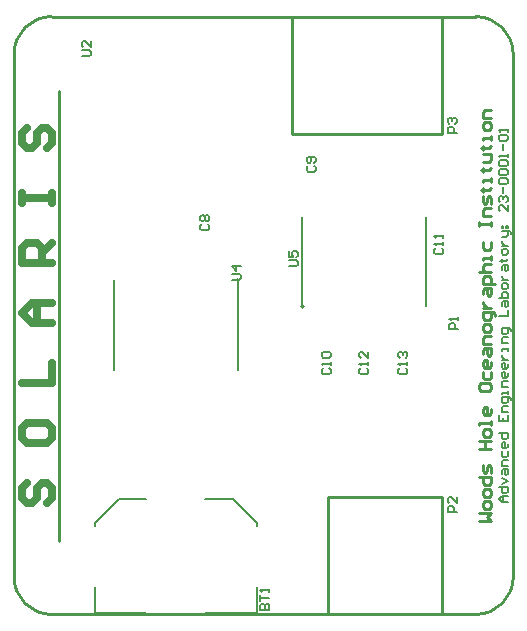
<source format=gto>
G04*
G04 #@! TF.GenerationSoftware,Altium Limited,CircuitStudio,1.5.2 (30)*
G04*
G04 Layer_Color=15065295*
%FSLAX25Y25*%
%MOIN*%
G70*
G01*
G75*
%ADD15C,0.01000*%
%ADD33C,0.00787*%
%ADD34C,0.00500*%
%ADD35C,0.00700*%
%ADD36C,0.02500*%
%ADD37C,0.00900*%
D15*
X239650Y392144D02*
G03*
X227150Y379644I0J-12500D01*
G01*
X393550D02*
G03*
X381050Y392144I-12500J0D01*
G01*
Y192844D02*
G03*
X393550Y205344I0J12500D01*
G01*
X227150D02*
G03*
X239650Y192844I12500J0D01*
G01*
X393550Y205344D02*
Y379644D01*
X227150Y205344D02*
Y379644D01*
X239650Y192844D02*
X381011D01*
X239650Y392144D02*
X381050D01*
X242150Y217495D02*
Y367495D01*
X369842Y353033D02*
Y392033D01*
X320042D02*
X369842D01*
X320042Y353056D02*
X369842D01*
X319850Y353033D02*
Y392033D01*
X369750Y193156D02*
Y232156D01*
X331758Y232133D02*
X369750D01*
X331758Y193156D02*
X369750D01*
X331758D02*
Y232156D01*
D33*
X301994Y304300D02*
G03*
X301994Y304300I-394J0D01*
G01*
X323694Y295500D02*
G03*
X323694Y295500I-394J0D01*
G01*
D34*
X301769Y274339D02*
Y304261D01*
X260431Y274339D02*
Y304261D01*
X323131Y295539D02*
Y325461D01*
X364469Y295539D02*
Y325461D01*
X261984Y231241D02*
X271276D01*
X290724D02*
X300016D01*
X253992Y223248D02*
X261984Y231241D01*
X300016D02*
X308008Y223248D01*
Y222441D02*
Y223248D01*
X253992Y193248D02*
X271276D01*
X253992D02*
Y202048D01*
Y222441D02*
Y223248D01*
X290724Y193248D02*
X308008D01*
Y202048D01*
D35*
X299651Y304344D02*
X302150D01*
X302650Y304844D01*
Y305844D01*
X302150Y306344D01*
X299651D01*
X302650Y308843D02*
X299651D01*
X301150Y307343D01*
Y309343D01*
X375150Y287844D02*
X372151D01*
Y289344D01*
X372651Y289844D01*
X373650D01*
X374150Y289344D01*
Y287844D01*
X375150Y290843D02*
Y291843D01*
Y291343D01*
X372151D01*
X372651Y290843D01*
X318651Y308844D02*
X321150D01*
X321650Y309344D01*
Y310344D01*
X321150Y310844D01*
X318651D01*
Y313843D02*
Y311843D01*
X320150D01*
X319651Y312843D01*
Y313343D01*
X320150Y313843D01*
X321150D01*
X321650Y313343D01*
Y312343D01*
X321150Y311843D01*
X249651Y378844D02*
X252150D01*
X252650Y379344D01*
Y380344D01*
X252150Y380844D01*
X249651D01*
X252650Y383843D02*
Y381843D01*
X250651Y383843D01*
X250151D01*
X249651Y383343D01*
Y382343D01*
X250151Y381843D01*
X309151Y194344D02*
X312150D01*
Y195844D01*
X311650Y196344D01*
X311150D01*
X310650Y195844D01*
Y194344D01*
Y195844D01*
X310151Y196344D01*
X309651D01*
X309151Y195844D01*
Y194344D01*
Y197344D02*
Y199343D01*
Y198343D01*
X312150D01*
Y200342D02*
Y201342D01*
Y200842D01*
X309151D01*
X309651Y200342D01*
X289651Y322844D02*
X289151Y322344D01*
Y321344D01*
X289651Y320844D01*
X291650D01*
X292150Y321344D01*
Y322344D01*
X291650Y322844D01*
X289651Y323843D02*
X289151Y324343D01*
Y325343D01*
X289651Y325843D01*
X290151D01*
X290650Y325343D01*
X291150Y325843D01*
X291650D01*
X292150Y325343D01*
Y324343D01*
X291650Y323843D01*
X291150D01*
X290650Y324343D01*
X290151Y323843D01*
X289651D01*
X290650Y324343D02*
Y325343D01*
X325151Y342344D02*
X324651Y341844D01*
Y340844D01*
X325151Y340344D01*
X327150D01*
X327650Y340844D01*
Y341844D01*
X327150Y342344D01*
Y343343D02*
X327650Y343843D01*
Y344843D01*
X327150Y345343D01*
X325151D01*
X324651Y344843D01*
Y343843D01*
X325151Y343343D01*
X325651D01*
X326150Y343843D01*
Y345343D01*
X330151Y274844D02*
X329651Y274344D01*
Y273344D01*
X330151Y272844D01*
X332150D01*
X332650Y273344D01*
Y274344D01*
X332150Y274844D01*
X332650Y275843D02*
Y276843D01*
Y276343D01*
X329651D01*
X330151Y275843D01*
Y278343D02*
X329651Y278842D01*
Y279842D01*
X330151Y280342D01*
X332150D01*
X332650Y279842D01*
Y278842D01*
X332150Y278343D01*
X330151D01*
X367651Y314844D02*
X367151Y314344D01*
Y313344D01*
X367651Y312844D01*
X369650D01*
X370150Y313344D01*
Y314344D01*
X369650Y314844D01*
X370150Y315843D02*
Y316843D01*
Y316343D01*
X367151D01*
X367651Y315843D01*
X370150Y318343D02*
Y319342D01*
Y318843D01*
X367151D01*
X367651Y318343D01*
X342651Y274844D02*
X342151Y274344D01*
Y273344D01*
X342651Y272844D01*
X344650D01*
X345150Y273344D01*
Y274344D01*
X344650Y274844D01*
X345150Y275843D02*
Y276843D01*
Y276343D01*
X342151D01*
X342651Y275843D01*
X345150Y280342D02*
Y278343D01*
X343151Y280342D01*
X342651D01*
X342151Y279842D01*
Y278842D01*
X342651Y278343D01*
X355651Y274844D02*
X355151Y274344D01*
Y273344D01*
X355651Y272844D01*
X357650D01*
X358150Y273344D01*
Y274344D01*
X357650Y274844D01*
X358150Y275843D02*
Y276843D01*
Y276343D01*
X355151D01*
X355651Y275843D01*
Y278343D02*
X355151Y278842D01*
Y279842D01*
X355651Y280342D01*
X356151D01*
X356650Y279842D01*
Y279342D01*
Y279842D01*
X357150Y280342D01*
X357650D01*
X358150Y279842D01*
Y278842D01*
X357650Y278343D01*
X374650Y353344D02*
X371651D01*
Y354844D01*
X372151Y355344D01*
X373150D01*
X373650Y354844D01*
Y353344D01*
X372151Y356343D02*
X371651Y356843D01*
Y357843D01*
X372151Y358343D01*
X372651D01*
X373150Y357843D01*
Y357343D01*
Y357843D01*
X373650Y358343D01*
X374150D01*
X374650Y357843D01*
Y356843D01*
X374150Y356343D01*
X374650Y226844D02*
X371651D01*
Y228344D01*
X372151Y228844D01*
X373150D01*
X373650Y228344D01*
Y226844D01*
X374650Y231843D02*
Y229843D01*
X372651Y231843D01*
X372151D01*
X371651Y231343D01*
Y230343D01*
X372151Y229843D01*
X391650Y230265D02*
X389651D01*
X388651Y231264D01*
X389651Y232264D01*
X391650D01*
X390150D01*
Y230265D01*
X388651Y235263D02*
X391650D01*
Y233764D01*
X391150Y233264D01*
X390150D01*
X389651Y233764D01*
Y235263D01*
Y236263D02*
X391650Y237262D01*
X389651Y238262D01*
Y239761D02*
Y240761D01*
X390150Y241261D01*
X391650D01*
Y239761D01*
X391150Y239262D01*
X390650Y239761D01*
Y241261D01*
X391650Y242261D02*
X389651D01*
Y243760D01*
X390150Y244260D01*
X391650D01*
X389651Y247259D02*
Y245760D01*
X390150Y245260D01*
X391150D01*
X391650Y245760D01*
Y247259D01*
Y249758D02*
Y248759D01*
X391150Y248259D01*
X390150D01*
X389651Y248759D01*
Y249758D01*
X390150Y250258D01*
X390650D01*
Y248259D01*
X388651Y253257D02*
X391650D01*
Y251758D01*
X391150Y251258D01*
X390150D01*
X389651Y251758D01*
Y253257D01*
X388651Y259255D02*
Y257256D01*
X391650D01*
Y259255D01*
X390150Y257256D02*
Y258256D01*
X391650Y260255D02*
X389651D01*
Y261754D01*
X390150Y262254D01*
X391650D01*
X392650Y264254D02*
Y264754D01*
X392150Y265253D01*
X389651D01*
Y263754D01*
X390150Y263254D01*
X391150D01*
X391650Y263754D01*
Y265253D01*
Y266253D02*
Y267253D01*
Y266753D01*
X389651D01*
Y266253D01*
X391650Y268752D02*
X389651D01*
Y270252D01*
X390150Y270752D01*
X391650D01*
Y273251D02*
Y272251D01*
X391150Y271751D01*
X390150D01*
X389651Y272251D01*
Y273251D01*
X390150Y273750D01*
X390650D01*
Y271751D01*
X391650Y276250D02*
Y275250D01*
X391150Y274750D01*
X390150D01*
X389651Y275250D01*
Y276250D01*
X390150Y276750D01*
X390650D01*
Y274750D01*
X389651Y277749D02*
X391650D01*
X390650D01*
X390150Y278249D01*
X389651Y278749D01*
Y279249D01*
X391650Y280748D02*
Y281748D01*
Y281248D01*
X389651D01*
Y280748D01*
X391650Y283247D02*
X389651D01*
Y284747D01*
X390150Y285247D01*
X391650D01*
X392650Y287246D02*
Y287746D01*
X392150Y288246D01*
X389651D01*
Y286746D01*
X390150Y286246D01*
X391150D01*
X391650Y286746D01*
Y288246D01*
X388651Y292245D02*
X391650D01*
Y294244D01*
X389651Y295743D02*
Y296743D01*
X390150Y297243D01*
X391650D01*
Y295743D01*
X391150Y295244D01*
X390650Y295743D01*
Y297243D01*
X388651Y298243D02*
X391650D01*
Y299742D01*
X391150Y300242D01*
X390650D01*
X390150D01*
X389651Y299742D01*
Y298243D01*
X391650Y301742D02*
Y302741D01*
X391150Y303241D01*
X390150D01*
X389651Y302741D01*
Y301742D01*
X390150Y301242D01*
X391150D01*
X391650Y301742D01*
X389651Y304241D02*
X391650D01*
X390650D01*
X390150Y304741D01*
X389651Y305240D01*
Y305740D01*
Y307740D02*
Y308739D01*
X390150Y309239D01*
X391650D01*
Y307740D01*
X391150Y307240D01*
X390650Y307740D01*
Y309239D01*
X389151Y310739D02*
X389651D01*
Y310239D01*
Y311238D01*
Y310739D01*
X391150D01*
X391650Y311238D01*
Y313238D02*
Y314237D01*
X391150Y314737D01*
X390150D01*
X389651Y314237D01*
Y313238D01*
X390150Y312738D01*
X391150D01*
X391650Y313238D01*
X389651Y315737D02*
X391650D01*
X390650D01*
X390150Y316237D01*
X389651Y316737D01*
Y317236D01*
Y318736D02*
X391150D01*
X391650Y319236D01*
Y320735D01*
X392150D01*
X392650Y320235D01*
Y319736D01*
X391650Y320735D02*
X389651D01*
Y321735D02*
Y322235D01*
X390150D01*
Y321735D01*
X389651D01*
X391150D02*
Y322235D01*
X391650D01*
Y321735D01*
X391150D01*
X391650Y329233D02*
Y327233D01*
X389651Y329233D01*
X389151D01*
X388651Y328733D01*
Y327733D01*
X389151Y327233D01*
Y330232D02*
X388651Y330732D01*
Y331732D01*
X389151Y332232D01*
X389651D01*
X390150Y331732D01*
Y331232D01*
Y331732D01*
X390650Y332232D01*
X391150D01*
X391650Y331732D01*
Y330732D01*
X391150Y330232D01*
X390150Y333231D02*
Y335231D01*
X389151Y336230D02*
X388651Y336730D01*
Y337730D01*
X389151Y338230D01*
X391150D01*
X391650Y337730D01*
Y336730D01*
X391150Y336230D01*
X389151D01*
Y339229D02*
X388651Y339729D01*
Y340729D01*
X389151Y341229D01*
X391150D01*
X391650Y340729D01*
Y339729D01*
X391150Y339229D01*
X389151D01*
Y342228D02*
X388651Y342728D01*
Y343728D01*
X389151Y344228D01*
X391150D01*
X391650Y343728D01*
Y342728D01*
X391150Y342228D01*
X389151D01*
X391650Y345227D02*
Y346227D01*
Y345727D01*
X388651D01*
X389151Y345227D01*
X390150Y347727D02*
Y349726D01*
X389151Y350726D02*
X388651Y351225D01*
Y352225D01*
X389151Y352725D01*
X391150D01*
X391650Y352225D01*
Y351225D01*
X391150Y350726D01*
X389151D01*
X391650Y353725D02*
Y354724D01*
Y354224D01*
X388651D01*
X389151Y353725D01*
D36*
X231319Y236679D02*
X229653Y235013D01*
Y231681D01*
X231319Y230015D01*
X232985D01*
X234652Y231681D01*
Y235013D01*
X236318Y236679D01*
X237984D01*
X239650Y235013D01*
Y231681D01*
X237984Y230015D01*
X229653Y255007D02*
Y251674D01*
X231319Y250008D01*
X237984D01*
X239650Y251674D01*
Y255007D01*
X237984Y256673D01*
X231319D01*
X229653Y255007D01*
Y270002D02*
X239650D01*
Y276666D01*
Y289995D02*
X232985D01*
X229653Y293328D01*
X232985Y296660D01*
X239650D01*
X234652D01*
Y289995D01*
X239650Y309989D02*
X229653D01*
Y314987D01*
X231319Y316653D01*
X234652D01*
X236318Y314987D01*
Y309989D01*
Y313321D02*
X239650Y316653D01*
X229653Y329982D02*
Y333315D01*
Y331648D01*
X239650D01*
Y329982D01*
Y333315D01*
X231319Y354974D02*
X229653Y353308D01*
Y349976D01*
X231319Y348310D01*
X232985D01*
X234652Y349976D01*
Y353308D01*
X236318Y354974D01*
X237984D01*
X239650Y353308D01*
Y349976D01*
X237984Y348310D01*
D37*
X382151Y223850D02*
X386150D01*
X384817Y225183D01*
X386150Y226516D01*
X382151D01*
X386150Y228515D02*
Y229848D01*
X385484Y230515D01*
X384151D01*
X383484Y229848D01*
Y228515D01*
X384151Y227849D01*
X385484D01*
X386150Y228515D01*
Y232514D02*
Y233847D01*
X385484Y234513D01*
X384151D01*
X383484Y233847D01*
Y232514D01*
X384151Y231847D01*
X385484D01*
X386150Y232514D01*
X382151Y238512D02*
X386150D01*
Y236512D01*
X385484Y235846D01*
X384151D01*
X383484Y236512D01*
Y238512D01*
X386150Y239845D02*
Y241844D01*
X385484Y242511D01*
X384817Y241844D01*
Y240511D01*
X384151Y239845D01*
X383484Y240511D01*
Y242511D01*
X382151Y247842D02*
X386150D01*
X384151D01*
Y250508D01*
X382151D01*
X386150D01*
Y252507D02*
Y253840D01*
X385484Y254507D01*
X384151D01*
X383484Y253840D01*
Y252507D01*
X384151Y251841D01*
X385484D01*
X386150Y252507D01*
Y255840D02*
Y257172D01*
Y256506D01*
X382151D01*
Y255840D01*
X386150Y261171D02*
Y259838D01*
X385484Y259172D01*
X384151D01*
X383484Y259838D01*
Y261171D01*
X384151Y261838D01*
X384817D01*
Y259172D01*
X382151Y269169D02*
Y267836D01*
X382818Y267169D01*
X385484D01*
X386150Y267836D01*
Y269169D01*
X385484Y269835D01*
X382818D01*
X382151Y269169D01*
X383484Y273834D02*
Y271834D01*
X384151Y271168D01*
X385484D01*
X386150Y271834D01*
Y273834D01*
Y277166D02*
Y275833D01*
X385484Y275167D01*
X384151D01*
X383484Y275833D01*
Y277166D01*
X384151Y277833D01*
X384817D01*
Y275167D01*
X383484Y279832D02*
Y281165D01*
X384151Y281831D01*
X386150D01*
Y279832D01*
X385484Y279165D01*
X384817Y279832D01*
Y281831D01*
X386150Y283164D02*
X383484D01*
Y285163D01*
X384151Y285830D01*
X386150D01*
Y287829D02*
Y289162D01*
X385484Y289829D01*
X384151D01*
X383484Y289162D01*
Y287829D01*
X384151Y287163D01*
X385484D01*
X386150Y287829D01*
X387483Y292495D02*
Y293161D01*
X386816Y293827D01*
X383484D01*
Y291828D01*
X384151Y291162D01*
X385484D01*
X386150Y291828D01*
Y293827D01*
X383484Y295160D02*
X386150D01*
X384817D01*
X384151Y295827D01*
X383484Y296493D01*
Y297160D01*
Y299825D02*
Y301158D01*
X384151Y301825D01*
X386150D01*
Y299825D01*
X385484Y299159D01*
X384817Y299825D01*
Y301825D01*
X387483Y303158D02*
X383484D01*
Y305157D01*
X384151Y305823D01*
X385484D01*
X386150Y305157D01*
Y303158D01*
X382151Y307156D02*
X386150D01*
X384151D01*
X383484Y307823D01*
Y309156D01*
X384151Y309822D01*
X386150D01*
Y311155D02*
Y312488D01*
Y311822D01*
X383484D01*
Y311155D01*
Y317153D02*
Y315154D01*
X384151Y314487D01*
X385484D01*
X386150Y315154D01*
Y317153D01*
X382151Y322485D02*
Y323818D01*
Y323151D01*
X386150D01*
Y322485D01*
Y323818D01*
Y325817D02*
X383484D01*
Y327816D01*
X384151Y328483D01*
X386150D01*
Y329816D02*
Y331815D01*
X385484Y332482D01*
X384817Y331815D01*
Y330482D01*
X384151Y329816D01*
X383484Y330482D01*
Y332482D01*
X382818Y334481D02*
X383484D01*
Y333815D01*
Y335147D01*
Y334481D01*
X385484D01*
X386150Y335147D01*
Y337147D02*
Y338480D01*
Y337813D01*
X383484D01*
Y337147D01*
X382818Y341145D02*
X383484D01*
Y340479D01*
Y341812D01*
Y341145D01*
X385484D01*
X386150Y341812D01*
X383484Y343811D02*
X385484D01*
X386150Y344478D01*
Y346477D01*
X383484D01*
X382818Y348476D02*
X383484D01*
Y347810D01*
Y349143D01*
Y348476D01*
X385484D01*
X386150Y349143D01*
Y351142D02*
Y352475D01*
Y351809D01*
X383484D01*
Y351142D01*
X386150Y355141D02*
Y356474D01*
X385484Y357140D01*
X384151D01*
X383484Y356474D01*
Y355141D01*
X384151Y354474D01*
X385484D01*
X386150Y355141D01*
Y358473D02*
X383484D01*
Y360473D01*
X384151Y361139D01*
X386150D01*
M02*

</source>
